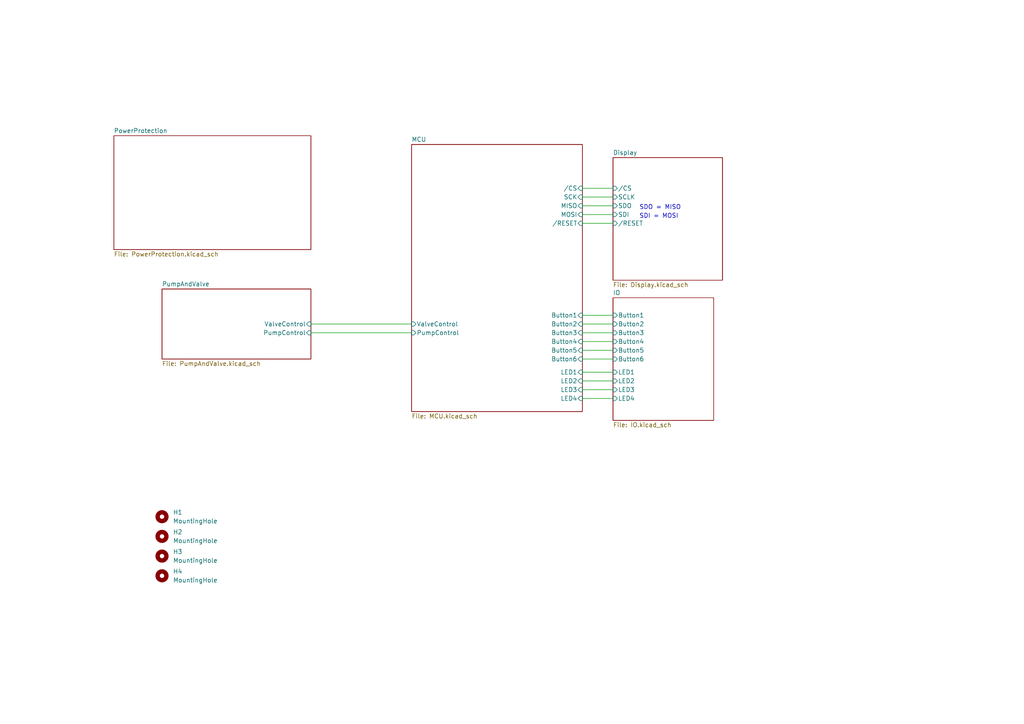
<source format=kicad_sch>
(kicad_sch (version 20230121) (generator eeschema)
  (paper "A4")
  (lib_symbols
    (symbol "Mechanical:MountingHole" (pin_names (offset 1.016))
      (property "Reference" "H" (at 0 5.08 0))
      (property "Value" "MountingHole" (at 0 3.175 0))
      (symbol "MountingHole_0_1"
        (circle (center 0 0) (radius 1.27) (stroke (width 1.27)))
      )
    )
  )
  (wire (pts (xy 168.91 96.52) (xy 177.8 96.52)))
  (wire (pts (xy 168.91 107.95) (xy 177.8 107.95)))
  (wire (pts (xy 90.17 93.98) (xy 119.38 93.98)))
  (wire (pts (xy 168.91 64.77) (xy 177.8 64.77)))
  (wire (pts (xy 168.91 113.03) (xy 177.8 113.03)))
  (wire (pts (xy 168.91 110.49) (xy 177.8 110.49)))
  (wire (pts (xy 168.91 93.98) (xy 177.8 93.98)))
  (wire (pts (xy 168.91 101.6) (xy 177.8 101.6)))
  (wire (pts (xy 168.91 99.06) (xy 177.8 99.06)))
  (wire (pts (xy 90.17 96.52) (xy 119.38 96.52)))
  (wire (pts (xy 168.91 57.15) (xy 177.8 57.15)))
  (wire (pts (xy 168.91 91.44) (xy 177.8 91.44)))
  (wire (pts (xy 168.91 54.61) (xy 177.8 54.61)))
  (wire (pts (xy 168.91 115.57) (xy 177.8 115.57)))
  (wire (pts (xy 168.91 104.14) (xy 177.8 104.14)))
  (wire (pts (xy 168.91 62.23) (xy 177.8 62.23)))
  (wire (pts (xy 168.91 59.69) (xy 177.8 59.69)))
  (text "SDO = MISO\n" (at 185.42 60.96 0) (effects (font (size 1.27 1.27)) (justify left bottom)))
  (text "SDI = MOSI" (at 185.42 63.5 0) (effects (font (size 1.27 1.27)) (justify left bottom)))
  (symbol (lib_id "Mechanical:MountingHole") (at 46.99 161.29 0) (unit 1)
    (property "Reference" "H3" (at 50.165 160.0199 0) (effects (justify left)))
    (property "Value" "MountingHole" (at 50.165 162.5599 0) (effects (justify left)))
    (property "Footprint" "MountingHole:MountingHole_2.5mm" (effects hide))
  )
  (symbol (lib_id "Mechanical:MountingHole") (at 46.99 155.575 0) (unit 1)
    (property "Reference" "H2" (at 50.165 154.3049 0) (effects (justify left)))
    (property "Value" "MountingHole" (at 50.165 156.8449 0) (effects (justify left)))
    (property "Footprint" "MountingHole:MountingHole_2.5mm" (effects hide))
  )
  (symbol (lib_id "Mechanical:MountingHole") (at 46.99 167.005 0) (unit 1)
    (property "Reference" "H4" (at 50.165 165.7349 0) (effects (justify left)))
    (property "Value" "MountingHole" (at 50.165 168.2749 0) (effects (justify left)))
    (property "Footprint" "MountingHole:MountingHole_2.5mm" (effects hide))
  )
  (symbol (lib_id "Mechanical:MountingHole") (at 46.99 149.86 0) (unit 1)
    (property "Reference" "H1" (at 50.165 148.5899 0) (effects (justify left)))
    (property "Value" "MountingHole" (at 50.165 151.1299 0) (effects (justify left)))
    (property "Footprint" "MountingHole:MountingHole_2.5mm" (effects hide))
  )
  (sheet (at 46.99 83.82) (size 43.18 20.32) (stroke (width 0.1524))
    (property "Sheetname" "PumpAndValve" (at 46.99 83.1084 0) (effects (justify left bottom)))
    (property "Sheetfile" "PumpAndValve.kicad_sch" (at 46.99 104.7246 0) (effects (justify left top)))
    (pin "ValveControl" input (at 90.17 93.98 0))
    (pin "PumpControl" input (at 90.17 96.52 0))
  )
  (sheet (at 119.38 41.91) (size 49.53 77.47) (stroke (width 0.1524))
    (property "Sheetname" "MCU" (at 119.38 41.1984 0) (effects (justify left bottom)))
    (property "Sheetfile" "MCU.kicad_sch" (at 119.38 119.9646 0) (effects (justify left top)))
    (pin "MISO" input (at 168.91 59.69 0))
    (pin "SCK" input (at 168.91 57.15 0))
    (pin "MOSI" input (at 168.91 62.23 0))
    (pin "LED4" input (at 168.91 115.57 0))
    (pin "ValveControl" input (at 119.38 93.98 180))
    (pin "LED1" input (at 168.91 107.95 0))
    (pin "LED3" input (at 168.91 113.03 0))
    (pin "Button1" input (at 168.91 91.44 0))
    (pin "Button2" input (at 168.91 93.98 0))
    (pin "{slash}CS" input (at 168.91 54.61 0))
    (pin "Button5" input (at 168.91 101.6 0))
    (pin "Button6" input (at 168.91 104.14 0))
    (pin "LED2" input (at 168.91 110.49 0))
    (pin "Button3" input (at 168.91 96.52 0))
    (pin "{slash}RESET" input (at 168.91 64.77 0))
    (pin "PumpControl" input (at 119.38 96.52 180))
    (pin "Button4" input (at 168.91 99.06 0))
  )
  (sheet (at 177.8 45.72) (size 31.75 35.56) (stroke (width 0.1524))
    (property "Sheetname" "Display" (at 177.8 45.0084 0) (effects (justify left bottom)))
    (property "Sheetfile" "Display.kicad_sch" (at 177.8 81.8646 0) (effects (justify left top)))
    (pin "{slash}CS" input (at 177.8 54.61 180))
    (pin "{slash}RESET" input (at 177.8 64.77 180))
    (pin "SDO" input (at 177.8 59.69 180))
    (pin "SCLK" input (at 177.8 57.15 180))
    (pin "SDI" input (at 177.8 62.23 180))
  )
  (sheet (at 33.02 39.37) (size 57.15 33.02) (stroke (width 0.1524))
    (property "Sheetname" "PowerProtection" (at 33.02 38.6584 0) (effects (justify left bottom)))
    (property "Sheetfile" "PowerProtection.kicad_sch" (at 33.02 72.9746 0) (effects (justify left top)))
  )
  (sheet (at 177.8 86.36) (size 29.21 35.56) (stroke (width 0.1524))
    (property "Sheetname" "IO" (at 177.8 85.6484 0) (effects (justify left bottom)))
    (property "Sheetfile" "IO.kicad_sch" (at 177.8 122.5046 0) (effects (justify left top)))
    (pin "Button3" input (at 177.8 96.52 180))
    (pin "Button4" input (at 177.8 99.06 180))
    (pin "Button5" input (at 177.8 101.6 180))
    (pin "Button6" input (at 177.8 104.14 180))
    (pin "LED3" input (at 177.8 113.03 180))
    (pin "LED4" input (at 177.8 115.57 180))
    (pin "LED1" input (at 177.8 107.95 180))
    (pin "LED2" input (at 177.8 110.49 180))
    (pin "Button1" input (at 177.8 91.44 180))
    (pin "Button2" input (at 177.8 93.98 180))
  )
)
</source>
